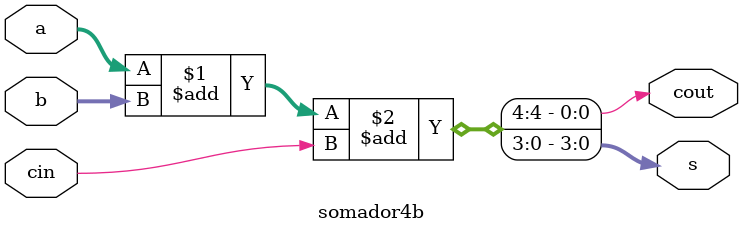
<source format=v>
/*
 *somador4b.
 *somador de 4 bits utilizando os operadores aritméticos
 *
 */
 module somador4b(a, b, cin, s, cout);
	//declaração das entradas e saídas
	input [3:0] a,b;
	input cin;
	output[3:0] s;
	output cout;
	//funcionamento do circuito - abordagem por fluxo de dados
	assign {cout,s}= a + b + cin; 
 endmodule
</source>
